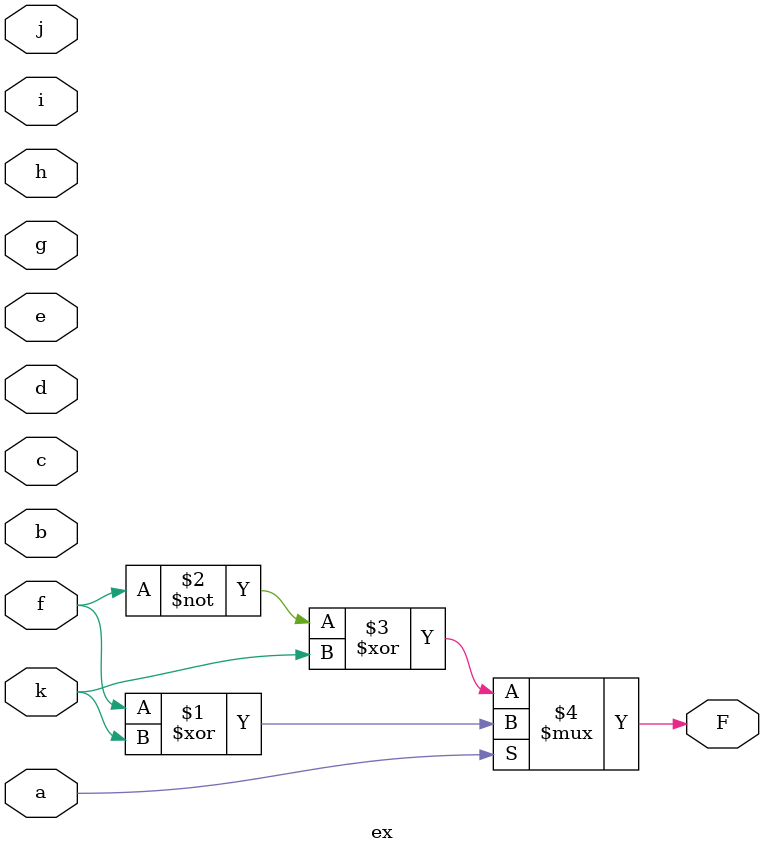
<source format=v>

module ex ( 
    a, b, c, d, e, f, g, h, i, j, k,
    F  );
  input  a, b, c, d, e, f, g, h, i, j, k;
  output F;
  assign F = a ? (f ^ k) : (~f ^ k);
endmodule



</source>
